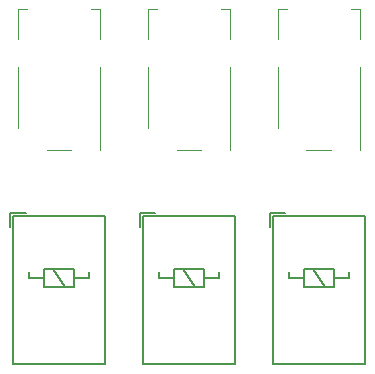
<source format=gbr>
G04 #@! TF.GenerationSoftware,KiCad,Pcbnew,5.0.1-33cea8e~68~ubuntu18.04.1*
G04 #@! TF.CreationDate,2018-11-09T17:01:54+09:00*
G04 #@! TF.ProjectId,relay_jacks,72656C61795F6A61636B732E6B696361,rev?*
G04 #@! TF.SameCoordinates,Original*
G04 #@! TF.FileFunction,Legend,Bot*
G04 #@! TF.FilePolarity,Positive*
%FSLAX46Y46*%
G04 Gerber Fmt 4.6, Leading zero omitted, Abs format (unit mm)*
G04 Created by KiCad (PCBNEW 5.0.1-33cea8e~68~ubuntu18.04.1) date 2018年11月09日 17時01分54秒*
%MOMM*%
%LPD*%
G01*
G04 APERTURE LIST*
%ADD10C,0.150000*%
%ADD11C,0.120000*%
G04 APERTURE END LIST*
D10*
G04 #@! TO.C,K1*
X73482000Y-104516000D02*
X81302000Y-104516000D01*
X81302000Y-104516000D02*
X81302000Y-117036000D01*
X81302000Y-117036000D02*
X73482000Y-117036000D01*
X73482000Y-117036000D02*
X73482000Y-104516000D01*
X73226400Y-105391200D02*
X73226400Y-104248200D01*
X73226400Y-104248200D02*
X74559900Y-104248200D01*
X74852000Y-109252000D02*
X74852000Y-109760000D01*
X74852000Y-109760000D02*
X76122000Y-109760000D01*
X78662000Y-109760000D02*
X79932000Y-109760000D01*
X79932000Y-109760000D02*
X79932000Y-109252000D01*
X76122000Y-108998000D02*
X76122000Y-110522000D01*
X76122000Y-110522000D02*
X78662000Y-110522000D01*
X78662000Y-110522000D02*
X78662000Y-108998000D01*
X78662000Y-108998000D02*
X76122000Y-108998000D01*
X76884000Y-108998000D02*
X77900000Y-110522000D01*
D11*
G04 #@! TO.C,J5*
X87342000Y-98902000D02*
X89442000Y-98902000D01*
X91842000Y-91902000D02*
X91842000Y-98902000D01*
X84942000Y-91902000D02*
X84942000Y-97002000D01*
X84942000Y-87002000D02*
X84942000Y-89502000D01*
X85692000Y-87002000D02*
X84942000Y-87002000D01*
X91842000Y-87002000D02*
X91092000Y-87002000D01*
X91842000Y-89502000D02*
X91842000Y-87002000D01*
G04 #@! TO.C,J6*
X98342000Y-98902000D02*
X100442000Y-98902000D01*
X102842000Y-91902000D02*
X102842000Y-98902000D01*
X95942000Y-91902000D02*
X95942000Y-97002000D01*
X95942000Y-87002000D02*
X95942000Y-89502000D01*
X96692000Y-87002000D02*
X95942000Y-87002000D01*
X102842000Y-87002000D02*
X102092000Y-87002000D01*
X102842000Y-89502000D02*
X102842000Y-87002000D01*
D10*
G04 #@! TO.C,K2*
X87884000Y-108998000D02*
X88900000Y-110522000D01*
X89662000Y-108998000D02*
X87122000Y-108998000D01*
X89662000Y-110522000D02*
X89662000Y-108998000D01*
X87122000Y-110522000D02*
X89662000Y-110522000D01*
X87122000Y-108998000D02*
X87122000Y-110522000D01*
X90932000Y-109760000D02*
X90932000Y-109252000D01*
X89662000Y-109760000D02*
X90932000Y-109760000D01*
X85852000Y-109760000D02*
X87122000Y-109760000D01*
X85852000Y-109252000D02*
X85852000Y-109760000D01*
X84226400Y-104248200D02*
X85559900Y-104248200D01*
X84226400Y-105391200D02*
X84226400Y-104248200D01*
X84482000Y-117036000D02*
X84482000Y-104516000D01*
X92302000Y-117036000D02*
X84482000Y-117036000D01*
X92302000Y-104516000D02*
X92302000Y-117036000D01*
X84482000Y-104516000D02*
X92302000Y-104516000D01*
D11*
G04 #@! TO.C,J1*
X76342000Y-98902000D02*
X78442000Y-98902000D01*
X80842000Y-91902000D02*
X80842000Y-98902000D01*
X73942000Y-91902000D02*
X73942000Y-97002000D01*
X73942000Y-87002000D02*
X73942000Y-89502000D01*
X74692000Y-87002000D02*
X73942000Y-87002000D01*
X80842000Y-87002000D02*
X80092000Y-87002000D01*
X80842000Y-89502000D02*
X80842000Y-87002000D01*
D10*
G04 #@! TO.C,K3*
X95482000Y-104516000D02*
X103302000Y-104516000D01*
X103302000Y-104516000D02*
X103302000Y-117036000D01*
X103302000Y-117036000D02*
X95482000Y-117036000D01*
X95482000Y-117036000D02*
X95482000Y-104516000D01*
X95226400Y-105391200D02*
X95226400Y-104248200D01*
X95226400Y-104248200D02*
X96559900Y-104248200D01*
X96852000Y-109252000D02*
X96852000Y-109760000D01*
X96852000Y-109760000D02*
X98122000Y-109760000D01*
X100662000Y-109760000D02*
X101932000Y-109760000D01*
X101932000Y-109760000D02*
X101932000Y-109252000D01*
X98122000Y-108998000D02*
X98122000Y-110522000D01*
X98122000Y-110522000D02*
X100662000Y-110522000D01*
X100662000Y-110522000D02*
X100662000Y-108998000D01*
X100662000Y-108998000D02*
X98122000Y-108998000D01*
X98884000Y-108998000D02*
X99900000Y-110522000D01*
G04 #@! TD*
M02*

</source>
